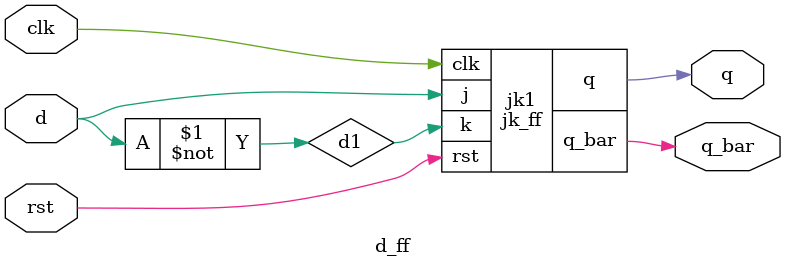
<source format=v>
module jk_ff(
input clk,rst,j,k,
output reg q,
output q_bar);
always@(posedge clk or posedge rst)begin
	if(rst)
		q<=1'b0;
	else begin
case({j,k})
2'b00:q<=q;
2'b01:q<=1'b0;
2'b10:q<=1'b1;
2'b11:q<=~q;
default:q<=1'b0;
endcase
end
end
assign q_bar=~q;
endmodule
module d_ff(
input clk,rst,d,
output q,q_bar);
wire d1;
not n1(d1,d);
jk_ff jk1(.j(d), .k(d1), .clk(clk), .rst(rst), .q(q), .q_bar(q_bar));
endmodule

</source>
